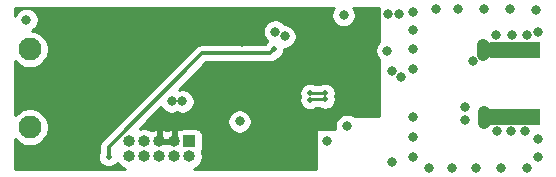
<source format=gbr>
%TF.GenerationSoftware,KiCad,Pcbnew,(5.1.9)-1*%
%TF.CreationDate,2021-11-01T00:10:38+05:30*%
%TF.ProjectId,STM32-nRF24,53544d33-322d-46e5-9246-32342e6b6963,Rev. A*%
%TF.SameCoordinates,Original*%
%TF.FileFunction,Copper,L4,Bot*%
%TF.FilePolarity,Positive*%
%FSLAX46Y46*%
G04 Gerber Fmt 4.6, Leading zero omitted, Abs format (unit mm)*
G04 Created by KiCad (PCBNEW (5.1.9)-1) date 2021-11-01 00:10:38*
%MOMM*%
%LPD*%
G01*
G04 APERTURE LIST*
%TA.AperFunction,ComponentPad*%
%ADD10C,1.950000*%
%TD*%
%TA.AperFunction,SMDPad,CuDef*%
%ADD11R,4.200000X1.350000*%
%TD*%
%TA.AperFunction,ComponentPad*%
%ADD12R,1.000000X1.000000*%
%TD*%
%TA.AperFunction,ComponentPad*%
%ADD13O,1.000000X1.000000*%
%TD*%
%TA.AperFunction,ViaPad*%
%ADD14C,0.800000*%
%TD*%
%TA.AperFunction,ViaPad*%
%ADD15C,0.700000*%
%TD*%
%TA.AperFunction,ViaPad*%
%ADD16C,0.600000*%
%TD*%
%TA.AperFunction,ViaPad*%
%ADD17C,0.500000*%
%TD*%
%TA.AperFunction,Conductor*%
%ADD18C,1.000000*%
%TD*%
%TA.AperFunction,Conductor*%
%ADD19C,0.300000*%
%TD*%
%TA.AperFunction,Conductor*%
%ADD20C,0.250000*%
%TD*%
%TA.AperFunction,Conductor*%
%ADD21C,0.254000*%
%TD*%
%TA.AperFunction,Conductor*%
%ADD22C,0.100000*%
%TD*%
G04 APERTURE END LIST*
D10*
%TO.P,J1,MH1*%
%TO.N,N/C*%
X84075000Y-157400000D03*
%TO.P,J1,MH2*%
X84075000Y-164000000D03*
%TD*%
D11*
%TO.P,J2,2*%
%TO.N,GND*%
X125150000Y-157475000D03*
X125150000Y-163125000D03*
%TD*%
D12*
%TO.P,J3,1*%
%TO.N,+3V3*%
X97590000Y-165200000D03*
D13*
%TO.P,J3,2*%
%TO.N,SWDIO*%
X97590000Y-166470000D03*
%TO.P,J3,3*%
%TO.N,GND*%
X96320000Y-165200000D03*
%TO.P,J3,4*%
%TO.N,SWCLK*%
X96320000Y-166470000D03*
%TO.P,J3,5*%
%TO.N,GND*%
X95050000Y-165200000D03*
%TO.P,J3,6*%
%TO.N,Net-(J3-Pad6)*%
X95050000Y-166470000D03*
%TO.P,J3,7*%
%TO.N,Net-(J3-Pad7)*%
X93780000Y-165200000D03*
%TO.P,J3,8*%
%TO.N,Net-(J3-Pad8)*%
X93780000Y-166470000D03*
%TO.P,J3,9*%
%TO.N,GND*%
X92510000Y-165200000D03*
%TO.P,J3,10*%
%TO.N,NRST*%
X92510000Y-166470000D03*
%TD*%
D14*
%TO.N,GND*%
X126950000Y-154100000D03*
X127150000Y-155900000D03*
X116550000Y-159100000D03*
X122450000Y-157900000D03*
X122550000Y-162700000D03*
X120950000Y-163400000D03*
X120950000Y-162300000D03*
X121650000Y-158400000D03*
X122550000Y-163600000D03*
X122450000Y-157000000D03*
X112450000Y-161100000D03*
X111250000Y-161100000D03*
X112450000Y-160000000D03*
X108000000Y-164000000D03*
X90750000Y-163800000D03*
X94550000Y-154500000D03*
X111950000Y-154200000D03*
X114750000Y-159200000D03*
X112750000Y-157400000D03*
X114750000Y-166900000D03*
X102050000Y-156800000D03*
X102050000Y-155900000D03*
X109250000Y-165200000D03*
X100450000Y-163800000D03*
X109000000Y-157450000D03*
X108650000Y-156400000D03*
X88200000Y-162100000D03*
D15*
X100800000Y-161800000D03*
D14*
X100150000Y-155700000D03*
X91800000Y-162900000D03*
X100250000Y-162800000D03*
X109650000Y-156400000D03*
X109350000Y-158400000D03*
X114450000Y-154400000D03*
X111250000Y-160000000D03*
X95150000Y-158050000D03*
X110550000Y-156000000D03*
X107400000Y-164750000D03*
X115550000Y-159700000D03*
X115350000Y-154400000D03*
X109650000Y-155450000D03*
X108650000Y-155450000D03*
X93650000Y-154500000D03*
X89150000Y-162100000D03*
X90750000Y-162900000D03*
X92250000Y-162150000D03*
X94250000Y-158000000D03*
X100700000Y-160500000D03*
X99800000Y-160500000D03*
X98900000Y-160500000D03*
X100150000Y-156600000D03*
X116550000Y-157400000D03*
X116550000Y-155800000D03*
X116550000Y-154200000D03*
X118450000Y-154000000D03*
X120350000Y-154000000D03*
X122550000Y-154000000D03*
X124750000Y-154000000D03*
X116550000Y-163100000D03*
X116550000Y-164800000D03*
X116550000Y-166500000D03*
X117900000Y-167450000D03*
X119800000Y-167450000D03*
X121902010Y-167450000D03*
X124000000Y-167450000D03*
X126200000Y-167450000D03*
X127150000Y-166500000D03*
X127150000Y-165000000D03*
X123650000Y-164300000D03*
X124850000Y-164300000D03*
X126050000Y-164300000D03*
X123550000Y-156200000D03*
X124950000Y-156200000D03*
X126150000Y-156200000D03*
D16*
X107000000Y-158300000D03*
D14*
X87800000Y-166750000D03*
X86850000Y-166750000D03*
%TO.N,+3V3*%
X83800000Y-154900000D03*
X110650000Y-154500000D03*
X110950000Y-163900000D03*
X101850000Y-163500000D03*
X105650000Y-156300000D03*
X104850000Y-155900000D03*
X114350000Y-157500000D03*
X97000000Y-161800000D03*
X96100000Y-161800000D03*
D17*
%TO.N,NRST*%
X90750000Y-166500000D03*
X104750000Y-157400000D03*
%TO.N,SPI3_MISO*%
X107800000Y-161650000D03*
X109100000Y-161640000D03*
%TO.N,SPI3_MOSI*%
X107800000Y-161100000D03*
X109100000Y-161100000D03*
%TD*%
D18*
%TO.N,GND*%
X122550000Y-162700000D02*
X122550000Y-163600000D01*
X122450000Y-157000000D02*
X122450000Y-157900000D01*
X122925000Y-157475000D02*
X122450000Y-157000000D01*
X125150000Y-157475000D02*
X122925000Y-157475000D01*
X122875000Y-157475000D02*
X122450000Y-157900000D01*
X125150000Y-157475000D02*
X122875000Y-157475000D01*
X123025000Y-163125000D02*
X122550000Y-163600000D01*
X125150000Y-163125000D02*
X123025000Y-163125000D01*
X122975000Y-163125000D02*
X122550000Y-162700000D01*
X125150000Y-163125000D02*
X122975000Y-163125000D01*
D19*
%TO.N,NRST*%
X98685037Y-157727001D02*
X104422999Y-157727001D01*
X90750000Y-165662038D02*
X98685037Y-157727001D01*
X104422999Y-157727001D02*
X104750000Y-157400000D01*
X90750000Y-166500000D02*
X90750000Y-165662038D01*
%TO.N,SPI3_MISO*%
X107810000Y-161640000D02*
X107800000Y-161650000D01*
D20*
X109100000Y-161640000D02*
X107810000Y-161640000D01*
%TO.N,SPI3_MOSI*%
X107800000Y-161100000D02*
X109100000Y-161100000D01*
%TD*%
D21*
%TO.N,GND*%
X109732795Y-154009744D02*
X109654774Y-154198102D01*
X109615000Y-154398061D01*
X109615000Y-154601939D01*
X109654774Y-154801898D01*
X109732795Y-154990256D01*
X109846063Y-155159774D01*
X109990226Y-155303937D01*
X110159744Y-155417205D01*
X110348102Y-155495226D01*
X110548061Y-155535000D01*
X110751939Y-155535000D01*
X110951898Y-155495226D01*
X111140256Y-155417205D01*
X111309774Y-155303937D01*
X111453937Y-155159774D01*
X111567205Y-154990256D01*
X111645226Y-154801898D01*
X111685000Y-154601939D01*
X111685000Y-154398061D01*
X111645226Y-154198102D01*
X111567205Y-154009744D01*
X111467150Y-153860000D01*
X113623000Y-153860000D01*
X113623000Y-156763289D01*
X113546063Y-156840226D01*
X113432795Y-157009744D01*
X113354774Y-157198102D01*
X113315000Y-157398061D01*
X113315000Y-157601939D01*
X113354774Y-157801898D01*
X113432795Y-157990256D01*
X113546063Y-158159774D01*
X113623000Y-158236711D01*
X113623000Y-163076631D01*
X111580692Y-163076631D01*
X111440256Y-162982795D01*
X111251898Y-162904774D01*
X111051939Y-162865000D01*
X110848061Y-162865000D01*
X110648102Y-162904774D01*
X110459744Y-162982795D01*
X110290226Y-163096063D01*
X110146063Y-163240226D01*
X110032795Y-163409744D01*
X109954774Y-163598102D01*
X109915000Y-163798061D01*
X109915000Y-164001939D01*
X109949748Y-164176631D01*
X108450000Y-164176631D01*
X108425224Y-164179071D01*
X108401399Y-164186298D01*
X108379443Y-164198034D01*
X108360197Y-164213828D01*
X108344403Y-164233074D01*
X108332667Y-164255030D01*
X108325440Y-164278855D01*
X108323000Y-164303631D01*
X108323000Y-167540000D01*
X97972690Y-167540000D01*
X98127624Y-167475824D01*
X98313520Y-167351612D01*
X98471612Y-167193520D01*
X98595824Y-167007624D01*
X98681383Y-166801067D01*
X98725000Y-166581788D01*
X98725000Y-166358212D01*
X98681383Y-166138933D01*
X98635112Y-166027226D01*
X98679502Y-165944180D01*
X98715812Y-165824482D01*
X98728072Y-165700000D01*
X98728072Y-164700000D01*
X98715812Y-164575518D01*
X98679502Y-164455820D01*
X98620537Y-164345506D01*
X98541185Y-164248815D01*
X98444494Y-164169463D01*
X98334180Y-164110498D01*
X98214482Y-164074188D01*
X98090000Y-164061928D01*
X97090000Y-164061928D01*
X96965518Y-164074188D01*
X96845820Y-164110498D01*
X96756820Y-164158070D01*
X96676864Y-164122554D01*
X96621874Y-164105881D01*
X96447000Y-164232046D01*
X96447000Y-165073000D01*
X96451928Y-165073000D01*
X96451928Y-165327000D01*
X96447000Y-165327000D01*
X96447000Y-165338026D01*
X96431788Y-165335000D01*
X96208212Y-165335000D01*
X96193000Y-165338026D01*
X96193000Y-165327000D01*
X95177000Y-165327000D01*
X95177000Y-165338026D01*
X95161788Y-165335000D01*
X94938212Y-165335000D01*
X94923000Y-165338026D01*
X94923000Y-165327000D01*
X94911974Y-165327000D01*
X94915000Y-165311788D01*
X94915000Y-165088212D01*
X94911974Y-165073000D01*
X94923000Y-165073000D01*
X94923000Y-164232046D01*
X95177000Y-164232046D01*
X95177000Y-165073000D01*
X96193000Y-165073000D01*
X96193000Y-164232046D01*
X96018126Y-164105881D01*
X95963136Y-164122554D01*
X95759794Y-164212877D01*
X95685000Y-164265639D01*
X95610206Y-164212877D01*
X95406864Y-164122554D01*
X95351874Y-164105881D01*
X95177000Y-164232046D01*
X94923000Y-164232046D01*
X94748126Y-164105881D01*
X94693136Y-164122554D01*
X94489794Y-164212877D01*
X94419658Y-164262353D01*
X94317624Y-164194176D01*
X94111067Y-164108617D01*
X93891788Y-164065000D01*
X93668212Y-164065000D01*
X93448933Y-164108617D01*
X93388579Y-164133617D01*
X94124134Y-163398061D01*
X100815000Y-163398061D01*
X100815000Y-163601939D01*
X100854774Y-163801898D01*
X100932795Y-163990256D01*
X101046063Y-164159774D01*
X101190226Y-164303937D01*
X101359744Y-164417205D01*
X101548102Y-164495226D01*
X101748061Y-164535000D01*
X101951939Y-164535000D01*
X102151898Y-164495226D01*
X102340256Y-164417205D01*
X102509774Y-164303937D01*
X102653937Y-164159774D01*
X102767205Y-163990256D01*
X102845226Y-163801898D01*
X102885000Y-163601939D01*
X102885000Y-163398061D01*
X102845226Y-163198102D01*
X102767205Y-163009744D01*
X102653937Y-162840226D01*
X102509774Y-162696063D01*
X102340256Y-162582795D01*
X102151898Y-162504774D01*
X101951939Y-162465000D01*
X101748061Y-162465000D01*
X101548102Y-162504774D01*
X101359744Y-162582795D01*
X101190226Y-162696063D01*
X101046063Y-162840226D01*
X100932795Y-163009744D01*
X100854774Y-163198102D01*
X100815000Y-163398061D01*
X94124134Y-163398061D01*
X95202479Y-162319716D01*
X95296063Y-162459774D01*
X95440226Y-162603937D01*
X95609744Y-162717205D01*
X95798102Y-162795226D01*
X95998061Y-162835000D01*
X96201939Y-162835000D01*
X96401898Y-162795226D01*
X96550000Y-162733880D01*
X96698102Y-162795226D01*
X96898061Y-162835000D01*
X97101939Y-162835000D01*
X97301898Y-162795226D01*
X97490256Y-162717205D01*
X97659774Y-162603937D01*
X97803937Y-162459774D01*
X97917205Y-162290256D01*
X97995226Y-162101898D01*
X98035000Y-161901939D01*
X98035000Y-161698061D01*
X97995226Y-161498102D01*
X97917205Y-161309744D01*
X97803937Y-161140226D01*
X97676546Y-161012835D01*
X106915000Y-161012835D01*
X106915000Y-161187165D01*
X106949010Y-161358145D01*
X106955992Y-161375000D01*
X106949010Y-161391855D01*
X106915000Y-161562835D01*
X106915000Y-161737165D01*
X106949010Y-161908145D01*
X107015723Y-162069205D01*
X107112576Y-162214155D01*
X107235845Y-162337424D01*
X107380795Y-162434277D01*
X107541855Y-162500990D01*
X107712835Y-162535000D01*
X107887165Y-162535000D01*
X108058145Y-162500990D01*
X108219205Y-162434277D01*
X108270504Y-162400000D01*
X108644462Y-162400000D01*
X108680795Y-162424277D01*
X108841855Y-162490990D01*
X109012835Y-162525000D01*
X109187165Y-162525000D01*
X109358145Y-162490990D01*
X109519205Y-162424277D01*
X109664155Y-162327424D01*
X109787424Y-162204155D01*
X109884277Y-162059205D01*
X109950990Y-161898145D01*
X109985000Y-161727165D01*
X109985000Y-161552835D01*
X109950990Y-161381855D01*
X109946080Y-161370000D01*
X109950990Y-161358145D01*
X109985000Y-161187165D01*
X109985000Y-161012835D01*
X109950990Y-160841855D01*
X109884277Y-160680795D01*
X109787424Y-160535845D01*
X109664155Y-160412576D01*
X109519205Y-160315723D01*
X109358145Y-160249010D01*
X109187165Y-160215000D01*
X109012835Y-160215000D01*
X108841855Y-160249010D01*
X108680795Y-160315723D01*
X108644462Y-160340000D01*
X108255538Y-160340000D01*
X108219205Y-160315723D01*
X108058145Y-160249010D01*
X107887165Y-160215000D01*
X107712835Y-160215000D01*
X107541855Y-160249010D01*
X107380795Y-160315723D01*
X107235845Y-160412576D01*
X107112576Y-160535845D01*
X107015723Y-160680795D01*
X106949010Y-160841855D01*
X106915000Y-161012835D01*
X97676546Y-161012835D01*
X97659774Y-160996063D01*
X97490256Y-160882795D01*
X97301898Y-160804774D01*
X97101939Y-160765000D01*
X96898061Y-160765000D01*
X96722219Y-160799977D01*
X99010195Y-158512001D01*
X104384446Y-158512001D01*
X104422999Y-158515798D01*
X104461552Y-158512001D01*
X104461560Y-158512001D01*
X104576886Y-158500642D01*
X104724859Y-158455755D01*
X104861232Y-158382863D01*
X104980763Y-158284765D01*
X105005346Y-158254811D01*
X105009890Y-158250267D01*
X105169205Y-158184277D01*
X105314155Y-158087424D01*
X105437424Y-157964155D01*
X105534277Y-157819205D01*
X105600990Y-157658145D01*
X105635000Y-157487165D01*
X105635000Y-157335000D01*
X105751939Y-157335000D01*
X105951898Y-157295226D01*
X106140256Y-157217205D01*
X106309774Y-157103937D01*
X106453937Y-156959774D01*
X106567205Y-156790256D01*
X106645226Y-156601898D01*
X106685000Y-156401939D01*
X106685000Y-156198061D01*
X106645226Y-155998102D01*
X106567205Y-155809744D01*
X106453937Y-155640226D01*
X106309774Y-155496063D01*
X106140256Y-155382795D01*
X105951898Y-155304774D01*
X105751939Y-155265000D01*
X105670490Y-155265000D01*
X105653937Y-155240226D01*
X105509774Y-155096063D01*
X105340256Y-154982795D01*
X105151898Y-154904774D01*
X104951939Y-154865000D01*
X104748061Y-154865000D01*
X104548102Y-154904774D01*
X104359744Y-154982795D01*
X104190226Y-155096063D01*
X104046063Y-155240226D01*
X103932795Y-155409744D01*
X103854774Y-155598102D01*
X103815000Y-155798061D01*
X103815000Y-156001939D01*
X103854774Y-156201898D01*
X103932795Y-156390256D01*
X104046063Y-156559774D01*
X104190226Y-156703937D01*
X104194500Y-156706793D01*
X104185845Y-156712576D01*
X104062576Y-156835845D01*
X103991644Y-156942001D01*
X98723592Y-156942001D01*
X98685037Y-156938204D01*
X98646481Y-156942001D01*
X98646476Y-156942001D01*
X98606063Y-156945981D01*
X98531150Y-156953359D01*
X98383177Y-156998247D01*
X98246804Y-157071139D01*
X98186596Y-157120551D01*
X98157224Y-157144656D01*
X98157221Y-157144659D01*
X98127273Y-157169237D01*
X98102695Y-157199185D01*
X90222185Y-165079696D01*
X90192237Y-165104274D01*
X90167659Y-165134222D01*
X90167655Y-165134226D01*
X90134690Y-165174394D01*
X90094139Y-165223805D01*
X90079834Y-165250569D01*
X90021246Y-165360179D01*
X89976359Y-165508152D01*
X89972422Y-165548129D01*
X89965000Y-165623477D01*
X89965000Y-165623485D01*
X89961203Y-165662038D01*
X89965000Y-165700591D01*
X89965000Y-166082540D01*
X89899010Y-166241855D01*
X89865000Y-166412835D01*
X89865000Y-166587165D01*
X89899010Y-166758145D01*
X89965723Y-166919205D01*
X90062576Y-167064155D01*
X90185845Y-167187424D01*
X90330795Y-167284277D01*
X90491855Y-167350990D01*
X90662835Y-167385000D01*
X90837165Y-167385000D01*
X91008145Y-167350990D01*
X91169205Y-167284277D01*
X91314155Y-167187424D01*
X91437424Y-167064155D01*
X91493086Y-166980851D01*
X91504176Y-167007624D01*
X91628388Y-167193520D01*
X91786480Y-167351612D01*
X91972376Y-167475824D01*
X92127310Y-167540000D01*
X82832278Y-167540000D01*
X82811914Y-167538003D01*
X82810000Y-167519794D01*
X82810000Y-165004717D01*
X82824431Y-165026315D01*
X83048685Y-165250569D01*
X83312379Y-165426763D01*
X83605380Y-165548129D01*
X83916429Y-165610000D01*
X84233571Y-165610000D01*
X84544620Y-165548129D01*
X84837621Y-165426763D01*
X85101315Y-165250569D01*
X85325569Y-165026315D01*
X85501763Y-164762621D01*
X85623129Y-164469620D01*
X85685000Y-164158571D01*
X85685000Y-163841429D01*
X85623129Y-163530380D01*
X85501763Y-163237379D01*
X85325569Y-162973685D01*
X85101315Y-162749431D01*
X84837621Y-162573237D01*
X84544620Y-162451871D01*
X84233571Y-162390000D01*
X83916429Y-162390000D01*
X83605380Y-162451871D01*
X83312379Y-162573237D01*
X83048685Y-162749431D01*
X82824431Y-162973685D01*
X82810000Y-162995283D01*
X82810000Y-158404717D01*
X82824431Y-158426315D01*
X83048685Y-158650569D01*
X83312379Y-158826763D01*
X83605380Y-158948129D01*
X83916429Y-159010000D01*
X84233571Y-159010000D01*
X84544620Y-158948129D01*
X84837621Y-158826763D01*
X85101315Y-158650569D01*
X85325569Y-158426315D01*
X85501763Y-158162621D01*
X85623129Y-157869620D01*
X85685000Y-157558571D01*
X85685000Y-157241429D01*
X85623129Y-156930380D01*
X85501763Y-156637379D01*
X85325569Y-156373685D01*
X85101315Y-156149431D01*
X84837621Y-155973237D01*
X84544620Y-155851871D01*
X84308628Y-155804930D01*
X84459774Y-155703937D01*
X84603937Y-155559774D01*
X84717205Y-155390256D01*
X84795226Y-155201898D01*
X84835000Y-155001939D01*
X84835000Y-154798061D01*
X84795226Y-154598102D01*
X84717205Y-154409744D01*
X84603937Y-154240226D01*
X84459774Y-154096063D01*
X84290256Y-153982795D01*
X84101898Y-153904774D01*
X83901939Y-153865000D01*
X83698061Y-153865000D01*
X83498102Y-153904774D01*
X83309744Y-153982795D01*
X83140226Y-154096063D01*
X82996063Y-154240226D01*
X82882795Y-154409744D01*
X82810000Y-154585485D01*
X82810000Y-153882278D01*
X82811997Y-153861914D01*
X82830207Y-153860000D01*
X109832850Y-153860000D01*
X109732795Y-154009744D01*
%TA.AperFunction,Conductor*%
D22*
G36*
X109732795Y-154009744D02*
G01*
X109654774Y-154198102D01*
X109615000Y-154398061D01*
X109615000Y-154601939D01*
X109654774Y-154801898D01*
X109732795Y-154990256D01*
X109846063Y-155159774D01*
X109990226Y-155303937D01*
X110159744Y-155417205D01*
X110348102Y-155495226D01*
X110548061Y-155535000D01*
X110751939Y-155535000D01*
X110951898Y-155495226D01*
X111140256Y-155417205D01*
X111309774Y-155303937D01*
X111453937Y-155159774D01*
X111567205Y-154990256D01*
X111645226Y-154801898D01*
X111685000Y-154601939D01*
X111685000Y-154398061D01*
X111645226Y-154198102D01*
X111567205Y-154009744D01*
X111467150Y-153860000D01*
X113623000Y-153860000D01*
X113623000Y-156763289D01*
X113546063Y-156840226D01*
X113432795Y-157009744D01*
X113354774Y-157198102D01*
X113315000Y-157398061D01*
X113315000Y-157601939D01*
X113354774Y-157801898D01*
X113432795Y-157990256D01*
X113546063Y-158159774D01*
X113623000Y-158236711D01*
X113623000Y-163076631D01*
X111580692Y-163076631D01*
X111440256Y-162982795D01*
X111251898Y-162904774D01*
X111051939Y-162865000D01*
X110848061Y-162865000D01*
X110648102Y-162904774D01*
X110459744Y-162982795D01*
X110290226Y-163096063D01*
X110146063Y-163240226D01*
X110032795Y-163409744D01*
X109954774Y-163598102D01*
X109915000Y-163798061D01*
X109915000Y-164001939D01*
X109949748Y-164176631D01*
X108450000Y-164176631D01*
X108425224Y-164179071D01*
X108401399Y-164186298D01*
X108379443Y-164198034D01*
X108360197Y-164213828D01*
X108344403Y-164233074D01*
X108332667Y-164255030D01*
X108325440Y-164278855D01*
X108323000Y-164303631D01*
X108323000Y-167540000D01*
X97972690Y-167540000D01*
X98127624Y-167475824D01*
X98313520Y-167351612D01*
X98471612Y-167193520D01*
X98595824Y-167007624D01*
X98681383Y-166801067D01*
X98725000Y-166581788D01*
X98725000Y-166358212D01*
X98681383Y-166138933D01*
X98635112Y-166027226D01*
X98679502Y-165944180D01*
X98715812Y-165824482D01*
X98728072Y-165700000D01*
X98728072Y-164700000D01*
X98715812Y-164575518D01*
X98679502Y-164455820D01*
X98620537Y-164345506D01*
X98541185Y-164248815D01*
X98444494Y-164169463D01*
X98334180Y-164110498D01*
X98214482Y-164074188D01*
X98090000Y-164061928D01*
X97090000Y-164061928D01*
X96965518Y-164074188D01*
X96845820Y-164110498D01*
X96756820Y-164158070D01*
X96676864Y-164122554D01*
X96621874Y-164105881D01*
X96447000Y-164232046D01*
X96447000Y-165073000D01*
X96451928Y-165073000D01*
X96451928Y-165327000D01*
X96447000Y-165327000D01*
X96447000Y-165338026D01*
X96431788Y-165335000D01*
X96208212Y-165335000D01*
X96193000Y-165338026D01*
X96193000Y-165327000D01*
X95177000Y-165327000D01*
X95177000Y-165338026D01*
X95161788Y-165335000D01*
X94938212Y-165335000D01*
X94923000Y-165338026D01*
X94923000Y-165327000D01*
X94911974Y-165327000D01*
X94915000Y-165311788D01*
X94915000Y-165088212D01*
X94911974Y-165073000D01*
X94923000Y-165073000D01*
X94923000Y-164232046D01*
X95177000Y-164232046D01*
X95177000Y-165073000D01*
X96193000Y-165073000D01*
X96193000Y-164232046D01*
X96018126Y-164105881D01*
X95963136Y-164122554D01*
X95759794Y-164212877D01*
X95685000Y-164265639D01*
X95610206Y-164212877D01*
X95406864Y-164122554D01*
X95351874Y-164105881D01*
X95177000Y-164232046D01*
X94923000Y-164232046D01*
X94748126Y-164105881D01*
X94693136Y-164122554D01*
X94489794Y-164212877D01*
X94419658Y-164262353D01*
X94317624Y-164194176D01*
X94111067Y-164108617D01*
X93891788Y-164065000D01*
X93668212Y-164065000D01*
X93448933Y-164108617D01*
X93388579Y-164133617D01*
X94124134Y-163398061D01*
X100815000Y-163398061D01*
X100815000Y-163601939D01*
X100854774Y-163801898D01*
X100932795Y-163990256D01*
X101046063Y-164159774D01*
X101190226Y-164303937D01*
X101359744Y-164417205D01*
X101548102Y-164495226D01*
X101748061Y-164535000D01*
X101951939Y-164535000D01*
X102151898Y-164495226D01*
X102340256Y-164417205D01*
X102509774Y-164303937D01*
X102653937Y-164159774D01*
X102767205Y-163990256D01*
X102845226Y-163801898D01*
X102885000Y-163601939D01*
X102885000Y-163398061D01*
X102845226Y-163198102D01*
X102767205Y-163009744D01*
X102653937Y-162840226D01*
X102509774Y-162696063D01*
X102340256Y-162582795D01*
X102151898Y-162504774D01*
X101951939Y-162465000D01*
X101748061Y-162465000D01*
X101548102Y-162504774D01*
X101359744Y-162582795D01*
X101190226Y-162696063D01*
X101046063Y-162840226D01*
X100932795Y-163009744D01*
X100854774Y-163198102D01*
X100815000Y-163398061D01*
X94124134Y-163398061D01*
X95202479Y-162319716D01*
X95296063Y-162459774D01*
X95440226Y-162603937D01*
X95609744Y-162717205D01*
X95798102Y-162795226D01*
X95998061Y-162835000D01*
X96201939Y-162835000D01*
X96401898Y-162795226D01*
X96550000Y-162733880D01*
X96698102Y-162795226D01*
X96898061Y-162835000D01*
X97101939Y-162835000D01*
X97301898Y-162795226D01*
X97490256Y-162717205D01*
X97659774Y-162603937D01*
X97803937Y-162459774D01*
X97917205Y-162290256D01*
X97995226Y-162101898D01*
X98035000Y-161901939D01*
X98035000Y-161698061D01*
X97995226Y-161498102D01*
X97917205Y-161309744D01*
X97803937Y-161140226D01*
X97676546Y-161012835D01*
X106915000Y-161012835D01*
X106915000Y-161187165D01*
X106949010Y-161358145D01*
X106955992Y-161375000D01*
X106949010Y-161391855D01*
X106915000Y-161562835D01*
X106915000Y-161737165D01*
X106949010Y-161908145D01*
X107015723Y-162069205D01*
X107112576Y-162214155D01*
X107235845Y-162337424D01*
X107380795Y-162434277D01*
X107541855Y-162500990D01*
X107712835Y-162535000D01*
X107887165Y-162535000D01*
X108058145Y-162500990D01*
X108219205Y-162434277D01*
X108270504Y-162400000D01*
X108644462Y-162400000D01*
X108680795Y-162424277D01*
X108841855Y-162490990D01*
X109012835Y-162525000D01*
X109187165Y-162525000D01*
X109358145Y-162490990D01*
X109519205Y-162424277D01*
X109664155Y-162327424D01*
X109787424Y-162204155D01*
X109884277Y-162059205D01*
X109950990Y-161898145D01*
X109985000Y-161727165D01*
X109985000Y-161552835D01*
X109950990Y-161381855D01*
X109946080Y-161370000D01*
X109950990Y-161358145D01*
X109985000Y-161187165D01*
X109985000Y-161012835D01*
X109950990Y-160841855D01*
X109884277Y-160680795D01*
X109787424Y-160535845D01*
X109664155Y-160412576D01*
X109519205Y-160315723D01*
X109358145Y-160249010D01*
X109187165Y-160215000D01*
X109012835Y-160215000D01*
X108841855Y-160249010D01*
X108680795Y-160315723D01*
X108644462Y-160340000D01*
X108255538Y-160340000D01*
X108219205Y-160315723D01*
X108058145Y-160249010D01*
X107887165Y-160215000D01*
X107712835Y-160215000D01*
X107541855Y-160249010D01*
X107380795Y-160315723D01*
X107235845Y-160412576D01*
X107112576Y-160535845D01*
X107015723Y-160680795D01*
X106949010Y-160841855D01*
X106915000Y-161012835D01*
X97676546Y-161012835D01*
X97659774Y-160996063D01*
X97490256Y-160882795D01*
X97301898Y-160804774D01*
X97101939Y-160765000D01*
X96898061Y-160765000D01*
X96722219Y-160799977D01*
X99010195Y-158512001D01*
X104384446Y-158512001D01*
X104422999Y-158515798D01*
X104461552Y-158512001D01*
X104461560Y-158512001D01*
X104576886Y-158500642D01*
X104724859Y-158455755D01*
X104861232Y-158382863D01*
X104980763Y-158284765D01*
X105005346Y-158254811D01*
X105009890Y-158250267D01*
X105169205Y-158184277D01*
X105314155Y-158087424D01*
X105437424Y-157964155D01*
X105534277Y-157819205D01*
X105600990Y-157658145D01*
X105635000Y-157487165D01*
X105635000Y-157335000D01*
X105751939Y-157335000D01*
X105951898Y-157295226D01*
X106140256Y-157217205D01*
X106309774Y-157103937D01*
X106453937Y-156959774D01*
X106567205Y-156790256D01*
X106645226Y-156601898D01*
X106685000Y-156401939D01*
X106685000Y-156198061D01*
X106645226Y-155998102D01*
X106567205Y-155809744D01*
X106453937Y-155640226D01*
X106309774Y-155496063D01*
X106140256Y-155382795D01*
X105951898Y-155304774D01*
X105751939Y-155265000D01*
X105670490Y-155265000D01*
X105653937Y-155240226D01*
X105509774Y-155096063D01*
X105340256Y-154982795D01*
X105151898Y-154904774D01*
X104951939Y-154865000D01*
X104748061Y-154865000D01*
X104548102Y-154904774D01*
X104359744Y-154982795D01*
X104190226Y-155096063D01*
X104046063Y-155240226D01*
X103932795Y-155409744D01*
X103854774Y-155598102D01*
X103815000Y-155798061D01*
X103815000Y-156001939D01*
X103854774Y-156201898D01*
X103932795Y-156390256D01*
X104046063Y-156559774D01*
X104190226Y-156703937D01*
X104194500Y-156706793D01*
X104185845Y-156712576D01*
X104062576Y-156835845D01*
X103991644Y-156942001D01*
X98723592Y-156942001D01*
X98685037Y-156938204D01*
X98646481Y-156942001D01*
X98646476Y-156942001D01*
X98606063Y-156945981D01*
X98531150Y-156953359D01*
X98383177Y-156998247D01*
X98246804Y-157071139D01*
X98186596Y-157120551D01*
X98157224Y-157144656D01*
X98157221Y-157144659D01*
X98127273Y-157169237D01*
X98102695Y-157199185D01*
X90222185Y-165079696D01*
X90192237Y-165104274D01*
X90167659Y-165134222D01*
X90167655Y-165134226D01*
X90134690Y-165174394D01*
X90094139Y-165223805D01*
X90079834Y-165250569D01*
X90021246Y-165360179D01*
X89976359Y-165508152D01*
X89972422Y-165548129D01*
X89965000Y-165623477D01*
X89965000Y-165623485D01*
X89961203Y-165662038D01*
X89965000Y-165700591D01*
X89965000Y-166082540D01*
X89899010Y-166241855D01*
X89865000Y-166412835D01*
X89865000Y-166587165D01*
X89899010Y-166758145D01*
X89965723Y-166919205D01*
X90062576Y-167064155D01*
X90185845Y-167187424D01*
X90330795Y-167284277D01*
X90491855Y-167350990D01*
X90662835Y-167385000D01*
X90837165Y-167385000D01*
X91008145Y-167350990D01*
X91169205Y-167284277D01*
X91314155Y-167187424D01*
X91437424Y-167064155D01*
X91493086Y-166980851D01*
X91504176Y-167007624D01*
X91628388Y-167193520D01*
X91786480Y-167351612D01*
X91972376Y-167475824D01*
X92127310Y-167540000D01*
X82832278Y-167540000D01*
X82811914Y-167538003D01*
X82810000Y-167519794D01*
X82810000Y-165004717D01*
X82824431Y-165026315D01*
X83048685Y-165250569D01*
X83312379Y-165426763D01*
X83605380Y-165548129D01*
X83916429Y-165610000D01*
X84233571Y-165610000D01*
X84544620Y-165548129D01*
X84837621Y-165426763D01*
X85101315Y-165250569D01*
X85325569Y-165026315D01*
X85501763Y-164762621D01*
X85623129Y-164469620D01*
X85685000Y-164158571D01*
X85685000Y-163841429D01*
X85623129Y-163530380D01*
X85501763Y-163237379D01*
X85325569Y-162973685D01*
X85101315Y-162749431D01*
X84837621Y-162573237D01*
X84544620Y-162451871D01*
X84233571Y-162390000D01*
X83916429Y-162390000D01*
X83605380Y-162451871D01*
X83312379Y-162573237D01*
X83048685Y-162749431D01*
X82824431Y-162973685D01*
X82810000Y-162995283D01*
X82810000Y-158404717D01*
X82824431Y-158426315D01*
X83048685Y-158650569D01*
X83312379Y-158826763D01*
X83605380Y-158948129D01*
X83916429Y-159010000D01*
X84233571Y-159010000D01*
X84544620Y-158948129D01*
X84837621Y-158826763D01*
X85101315Y-158650569D01*
X85325569Y-158426315D01*
X85501763Y-158162621D01*
X85623129Y-157869620D01*
X85685000Y-157558571D01*
X85685000Y-157241429D01*
X85623129Y-156930380D01*
X85501763Y-156637379D01*
X85325569Y-156373685D01*
X85101315Y-156149431D01*
X84837621Y-155973237D01*
X84544620Y-155851871D01*
X84308628Y-155804930D01*
X84459774Y-155703937D01*
X84603937Y-155559774D01*
X84717205Y-155390256D01*
X84795226Y-155201898D01*
X84835000Y-155001939D01*
X84835000Y-154798061D01*
X84795226Y-154598102D01*
X84717205Y-154409744D01*
X84603937Y-154240226D01*
X84459774Y-154096063D01*
X84290256Y-153982795D01*
X84101898Y-153904774D01*
X83901939Y-153865000D01*
X83698061Y-153865000D01*
X83498102Y-153904774D01*
X83309744Y-153982795D01*
X83140226Y-154096063D01*
X82996063Y-154240226D01*
X82882795Y-154409744D01*
X82810000Y-154585485D01*
X82810000Y-153882278D01*
X82811997Y-153861914D01*
X82830207Y-153860000D01*
X109832850Y-153860000D01*
X109732795Y-154009744D01*
G37*
%TD.AperFunction*%
D21*
X92637000Y-165073000D02*
X92648026Y-165073000D01*
X92645000Y-165088212D01*
X92645000Y-165311788D01*
X92648026Y-165327000D01*
X92637000Y-165327000D01*
X92637000Y-165338026D01*
X92621788Y-165335000D01*
X92398212Y-165335000D01*
X92383000Y-165338026D01*
X92383000Y-165327000D01*
X92363000Y-165327000D01*
X92363000Y-165159195D01*
X92469195Y-165053000D01*
X92637000Y-165053000D01*
X92637000Y-165073000D01*
%TA.AperFunction,Conductor*%
D22*
G36*
X92637000Y-165073000D02*
G01*
X92648026Y-165073000D01*
X92645000Y-165088212D01*
X92645000Y-165311788D01*
X92648026Y-165327000D01*
X92637000Y-165327000D01*
X92637000Y-165338026D01*
X92621788Y-165335000D01*
X92398212Y-165335000D01*
X92383000Y-165338026D01*
X92383000Y-165327000D01*
X92363000Y-165327000D01*
X92363000Y-165159195D01*
X92469195Y-165053000D01*
X92637000Y-165053000D01*
X92637000Y-165073000D01*
G37*
%TD.AperFunction*%
%TD*%
M02*

</source>
